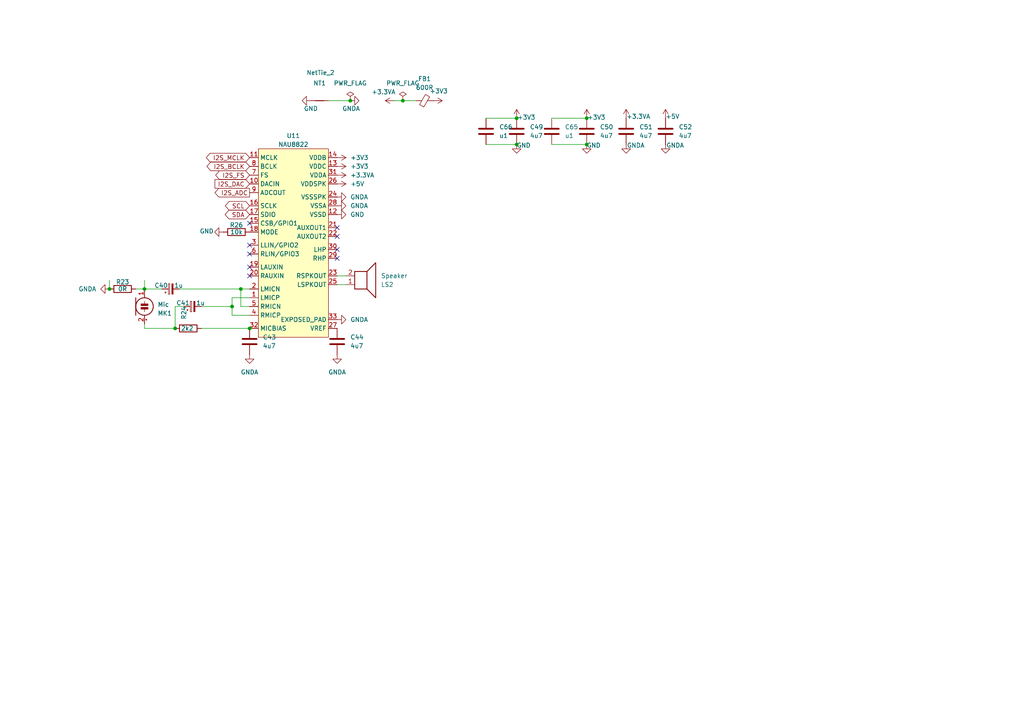
<source format=kicad_sch>
(kicad_sch (version 20250114) (generator "eeschema") (generator_version "9.0")
  (paper "A4")
  (lib_symbols
    (symbol "Device:C" (pin_numbers (hide yes)) (pin_names (offset 0.254))
      (property "Reference" "C" (at 0.635 2.54 0))
      (property "Value" "C" (at 0.635 -2.54 0))
      (symbol "C_0_1"
        (polyline (pts (xy -2.032 0.762) (xy 2.032 0.762)) (stroke (width 0.508)))
        (polyline (pts (xy -2.032 -0.762) (xy 2.032 -0.762)) (stroke (width 0.508)))
      )
      (symbol "C_1_1"
        (pin passive line (at 0 3.81 270) (length 2.794) (name "~") (number "1"))
        (pin passive line (at 0 -3.81 90) (length 2.794) (name "~") (number "2"))
      )
    )
    (symbol "Device:C_Polarized_Small" (pin_numbers (hide yes)) (pin_names (offset 0.254) (hide yes))
      (property "Reference" "C" (at 0.254 1.778 0))
      (property "Value" "C_Polarized_Small" (at 0.254 -2.032 0))
      (symbol "C_Polarized_Small_0_1"
        (rectangle (start -1.524 0.6858) (end 1.524 0.3048))
        (rectangle (start -1.524 -0.3048) (end 1.524 -0.6858) (fill (type outline)))
        (polyline (pts (xy -1.27 1.524) (xy -0.762 1.524)))
        (polyline (pts (xy -1.016 1.27) (xy -1.016 1.778)))
      )
      (symbol "C_Polarized_Small_1_1"
        (pin passive line (at 0 2.54 270) (length 1.8542) (name "~") (number "1"))
        (pin passive line (at 0 -2.54 90) (length 1.8542) (name "~") (number "2"))
      )
    )
    (symbol "Device:FerriteBead_Small" (pin_numbers (hide yes)) (pin_names (offset 0))
      (property "Reference" "FB" (at 1.905 1.27 0))
      (property "Value" "FerriteBead_Small" (at 1.905 -1.27 0))
      (symbol "FerriteBead_Small_0_1"
        (polyline (pts (xy -1.8288 0.2794) (xy -1.1176 1.4986) (xy 1.8288 -0.2032) (xy 1.1176 -1.4224) (xy -1.8288 0.2794)))
        (polyline (pts (xy 0 0.889) (xy 0 1.2954)))
        (polyline (pts (xy 0 -1.27) (xy 0 -0.7874)))
      )
      (symbol "FerriteBead_Small_1_1"
        (pin passive line (at 0 2.54 270) (length 1.27) (name "~") (number "1"))
        (pin passive line (at 0 -2.54 90) (length 1.27) (name "~") (number "2"))
      )
    )
    (symbol "Device:Microphone_Condenser" (pin_names (offset 0.0254) (hide yes))
      (property "Reference" "MK" (at -3.302 1.27 0))
      (property "Value" "Microphone_Condenser" (at -3.302 -0.635 0))
      (symbol "Microphone_Condenser_0_1"
        (polyline (pts (xy -2.54 2.54) (xy -2.54 -2.54)) (stroke (width 0.254)))
        (polyline (pts (xy 0 0.762) (xy 0 1.524)))
        (circle (center 0 0) (radius 2.54) (stroke (width 0.254)))
        (polyline (pts (xy 0 -0.762) (xy 0 -1.524)))
        (polyline (pts (xy 0.254 3.81) (xy 0.762 3.81)))
        (polyline (pts (xy 0.508 4.064) (xy 0.508 3.556)))
        (rectangle (start 1.016 0.762) (end -1.016 0.254) (fill (type outline)))
        (rectangle (start 1.016 -0.254) (end -1.016 -0.762) (fill (type outline)))
      )
      (symbol "Microphone_Condenser_1_1"
        (pin passive line (at 0 5.08 270) (length 2.54) (name "+") (number "2"))
        (pin passive line (at 0 -5.08 90) (length 2.54) (name "-") (number "1"))
      )
    )
    (symbol "Device:NetTie_2" (pin_numbers (hide yes)) (pin_names (offset 0) (hide yes)) (in_bom no)
      (property "Reference" "NT" (at 0 1.27 0))
      (property "Value" "NetTie_2" (at 0 -1.27 0))
      (symbol "NetTie_2_0_1"
        (polyline (pts (xy -1.27 0) (xy 1.27 0)) (stroke (width 0.254)))
      )
      (symbol "NetTie_2_1_1"
        (pin passive line (at -2.54 0 0) (length 2.54) (name "1") (number "1"))
        (pin passive line (at 2.54 0 180) (length 2.54) (name "2") (number "2"))
      )
    )
    (symbol "Device:R" (pin_numbers (hide yes)) (pin_names (offset 0))
      (property "Reference" "R" (at 2.032 0 90))
      (property "Value" "R" (at 0 0 90))
      (symbol "R_0_1"
        (rectangle (start -1.016 -2.54) (end 1.016 2.54) (stroke (width 0.254)))
      )
      (symbol "R_1_1"
        (pin passive line (at 0 3.81 270) (length 1.27) (name "~") (number "1"))
        (pin passive line (at 0 -3.81 90) (length 1.27) (name "~") (number "2"))
      )
    )
    (symbol "Device:Speaker" (pin_names (offset 0) (hide yes))
      (property "Reference" "LS" (at 1.27 5.715 0))
      (property "Value" "Speaker" (at 1.27 3.81 0))
      (symbol "Speaker_0_0"
        (rectangle (start -2.54 1.27) (end 1.016 -3.81) (stroke (width 0.254)))
        (polyline (pts (xy 1.016 1.27) (xy 3.556 3.81) (xy 3.556 -6.35) (xy 1.016 -3.81)) (stroke (width 0.254)))
      )
      (symbol "Speaker_1_1"
        (pin input line (at -5.08 0 0) (length 2.54) (name "1") (number "1"))
        (pin input line (at -5.08 -2.54 0) (length 2.54) (name "2") (number "2"))
      )
    )
    (symbol "liebler_SEMICONDUCTORS:NAU88C22"
      (property "Reference" "U" (at 0 29.464 0))
      (symbol "NAU88C22_1_1"
        (rectangle (start -10.16 27.94) (end 10.16 -26.67) (fill (type background)))
        (pin input line (at -12.7 25.4 0) (length 2.54) (name "MCLK") (number "11"))
        (pin bidirectional line (at -12.7 22.86 0) (length 2.54) (name "BCLK") (number "8"))
        (pin bidirectional line (at -12.7 20.32 0) (length 2.54) (name "FS") (number "7"))
        (pin input line (at -12.7 17.78 0) (length 2.54) (name "DACIN") (number "10"))
        (pin output line (at -12.7 15.24 0) (length 2.54) (name "ADCOUT") (number "9"))
        (pin input line (at -12.7 11.43 0) (length 2.54) (name "SCLK") (number "16"))
        (pin input line (at -12.7 8.89 0) (length 2.54) (name "SDIO") (number "17"))
        (pin bidirectional line (at -12.7 6.35 0) (length 2.54) (name "CSB/GPIO1") (number "15"))
        (pin input line (at -12.7 3.81 0) (length 2.54) (name "MODE") (number "18"))
        (pin bidirectional line (at -12.7 0 0) (length 2.54) (name "LLIN/GPIO2") (number "3"))
        (pin bidirectional line (at -12.7 -2.54 0) (length 2.54) (name "RLIN/GPIO3") (number "6"))
        (pin input line (at -12.7 -6.35 0) (length 2.54) (name "LAUXIN") (number "19"))
        (pin input line (at -12.7 -8.89 0) (length 2.54) (name "RAUXIN") (number "20"))
        (pin input line (at -12.7 -12.7 0) (length 2.54) (name "LMICN") (number "2"))
        (pin input line (at -12.7 -15.24 0) (length 2.54) (name "LMICP") (number "1"))
        (pin input line (at -12.7 -17.78 0) (length 2.54) (name "RMICN") (number "5"))
        (pin input line (at -12.7 -20.32 0) (length 2.54) (name "RMICP") (number "4"))
        (pin input line (at -12.7 -24.13 0) (length 2.54) (name "MICBIAS") (number "32"))
        (pin power_in line (at 12.7 25.4 180) (length 2.54) (name "VDDB") (number "14"))
        (pin power_in line (at 12.7 22.86 180) (length 2.54) (name "VDDC") (number "13"))
        (pin power_in line (at 12.7 20.32 180) (length 2.54) (name "VDDA") (number "31"))
        (pin power_in line (at 12.7 17.78 180) (length 2.54) (name "VDDSPK") (number "26"))
        (pin power_in line (at 12.7 13.97 180) (length 2.54) (name "VSSSPK") (number "24"))
        (pin power_in line (at 12.7 11.43 180) (length 2.54) (name "VSSA") (number "28"))
        (pin power_in line (at 12.7 8.89 180) (length 2.54) (name "VSSD") (number "12"))
        (pin output line (at 12.7 5.08 180) (length 2.54) (name "AUXOUT1") (number "21"))
        (pin output line (at 12.7 2.54 180) (length 2.54) (name "AUXOUT2") (number "22"))
        (pin output line (at 12.7 -1.27 180) (length 2.54) (name "LHP") (number "30"))
        (pin output line (at 12.7 -3.81 180) (length 2.54) (name "RHP") (number "29"))
        (pin output line (at 12.7 -8.89 180) (length 2.54) (name "RSPKOUT") (number "23"))
        (pin output line (at 12.7 -11.43 180) (length 2.54) (name "LSPKOUT") (number "25"))
        (pin passive line (at 12.7 -21.59 180) (length 2.54) (name "EXPOSED_PAD") (number "33"))
        (pin power_out line (at 12.7 -24.13 180) (length 2.54) (name "VREF") (number "27"))
      )
    )
    (symbol "power:+3.3VA" (power) (pin_numbers (hide yes)) (pin_names (offset 0) (hide yes))
      (property "Value" "+3.3VA" (at 0 3.556 0))
      (symbol "+3.3VA_0_1"
        (polyline (pts (xy -0.762 1.27) (xy 0 2.54)))
        (polyline (pts (xy 0 2.54) (xy 0.762 1.27)))
        (polyline (pts (xy 0 0) (xy 0 2.54)))
      )
      (symbol "+3.3VA_1_1"
        (pin power_in line (at 0 0 90) (length 0) (name "~") (number "1"))
      )
    )
    (symbol "power:+3V3" (power) (pin_numbers (hide yes)) (pin_names (offset 0) (hide yes))
      (property "Value" "+3V3" (at 0 3.556 0))
      (symbol "+3V3_0_1"
        (polyline (pts (xy -0.762 1.27) (xy 0 2.54)))
        (polyline (pts (xy 0 2.54) (xy 0.762 1.27)))
        (polyline (pts (xy 0 0) (xy 0 2.54)))
      )
      (symbol "+3V3_1_1"
        (pin power_in line (at 0 0 90) (length 0) (name "~") (number "1"))
      )
    )
    (symbol "power:+5V" (power) (pin_numbers (hide yes)) (pin_names (offset 0) (hide yes))
      (property "Value" "+5V" (at 0 3.556 0))
      (symbol "+5V_0_1"
        (polyline (pts (xy -0.762 1.27) (xy 0 2.54)))
        (polyline (pts (xy 0 2.54) (xy 0.762 1.27)))
        (polyline (pts (xy 0 0) (xy 0 2.54)))
      )
      (symbol "+5V_1_1"
        (pin power_in line (at 0 0 90) (length 0) (name "~") (number "1"))
      )
    )
    (symbol "power:GND" (power) (pin_numbers (hide yes)) (pin_names (offset 0) (hide yes))
      (property "Value" "GND" (at 0 -3.81 0))
      (symbol "GND_0_1"
        (polyline (pts (xy 0 0) (xy 0 -1.27) (xy 1.27 -1.27) (xy 0 -2.54) (xy -1.27 -1.27) (xy 0 -1.27)))
      )
      (symbol "GND_1_1"
        (pin power_in line (at 0 0 270) (length 0) (name "~") (number "1"))
      )
    )
    (symbol "power:GNDA" (power) (pin_numbers (hide yes)) (pin_names (offset 0) (hide yes))
      (property "Value" "GNDA" (at 0 -3.81 0))
      (symbol "GNDA_0_1"
        (polyline (pts (xy 0 0) (xy 0 -1.27) (xy 1.27 -1.27) (xy 0 -2.54) (xy -1.27 -1.27) (xy 0 -1.27)))
      )
      (symbol "GNDA_1_1"
        (pin power_in line (at 0 0 270) (length 0) (name "~") (number "1"))
      )
    )
    (symbol "power:PWR_FLAG" (power) (pin_numbers (hide yes)) (pin_names (offset 0) (hide yes))
      (property "Value" "PWR_FLAG" (at 0 3.81 0))
      (symbol "PWR_FLAG_0_0"
        (pin power_out line (at 0 0 90) (length 0) (name "~") (number "1"))
      )
      (symbol "PWR_FLAG_0_1"
        (polyline (pts (xy 0 0) (xy 0 1.27) (xy -1.016 1.905) (xy 0 2.54) (xy 1.016 1.905) (xy 0 1.27)))
      )
    )
  )
  (junction (at 116.84 29.21))
  (junction (at 170.18 34.29))
  (junction (at 72.39 95.25))
  (junction (at 149.86 41.91))
  (junction (at 31.75 83.82))
  (junction (at 170.18 41.91))
  (junction (at 50.8 95.25))
  (junction (at 67.31 88.9))
  (junction (at 149.86 34.29))
  (junction (at 69.85 83.82))
  (junction (at 101.6 29.21))
  (junction (at 41.91 83.82))
  (no_connect (at 97.79 68.58))
  (no_connect (at 72.39 71.12))
  (no_connect (at 97.79 66.04))
  (no_connect (at 72.39 77.47))
  (no_connect (at 72.39 73.66))
  (no_connect (at 72.39 80.01))
  (no_connect (at 97.79 74.93))
  (no_connect (at 97.79 72.39))
  (no_connect (at 72.39 64.77))
  (wire (pts (xy 114.3 29.21) (xy 116.84 29.21)))
  (wire (pts (xy 72.39 88.9) (xy 69.85 88.9)))
  (wire (pts (xy 41.91 83.82) (xy 46.99 83.82)))
  (wire (pts (xy 39.37 83.82) (xy 41.91 83.82)))
  (wire (pts (xy 41.91 95.25) (xy 41.91 93.98)))
  (wire (pts (xy 41.91 81.28) (xy 41.91 83.82)))
  (wire (pts (xy 140.97 34.29) (xy 149.86 34.29)))
  (wire (pts (xy 58.42 88.9) (xy 67.31 88.9)))
  (wire (pts (xy 101.6 29.21) (xy 95.25 29.21)))
  (wire (pts (xy 72.39 91.44) (xy 67.31 91.44)))
  (wire (pts (xy 69.85 83.82) (xy 72.39 83.82)))
  (wire (pts (xy 31.75 81.28) (xy 31.75 83.82)))
  (wire (pts (xy 160.02 41.91) (xy 170.18 41.91)))
  (wire (pts (xy 50.8 88.9) (xy 53.34 88.9)))
  (wire (pts (xy 67.31 88.9) (xy 67.31 86.36)))
  (wire (pts (xy 97.79 82.55) (xy 100.33 82.55)))
  (wire (pts (xy 140.97 41.91) (xy 149.86 41.91)))
  (wire (pts (xy 52.07 83.82) (xy 69.85 83.82)))
  (wire (pts (xy 69.85 88.9) (xy 69.85 83.82)))
  (wire (pts (xy 58.42 95.25) (xy 72.39 95.25)))
  (wire (pts (xy 50.8 95.25) (xy 41.91 95.25)))
  (wire (pts (xy 67.31 86.36) (xy 72.39 86.36)))
  (wire (pts (xy 160.02 34.29) (xy 170.18 34.29)))
  (wire (pts (xy 50.8 88.9) (xy 50.8 95.25)))
  (wire (pts (xy 97.79 80.01) (xy 100.33 80.01)))
  (wire (pts (xy 67.31 91.44) (xy 67.31 88.9)))
  (wire (pts (xy 116.84 29.21) (xy 120.65 29.21)))
  (global_label "I2S_ADC" (shape output) (at 72.39 55.88 180) (property "Intersheetrefs" "${INTERSHEET_REFS}" (effects (hide yes))))
  (global_label "I2S_MCLK" (shape bidirectional) (at 72.39 45.72 180) (property "Intersheetrefs" "${INTERSHEET_REFS}" (effects (hide yes))))
  (global_label "SDA" (shape bidirectional) (at 72.39 62.23 180) (property "Intersheetrefs" "${INTERSHEET_REFS}" (effects (hide yes))))
  (global_label "I2S_FS" (shape bidirectional) (at 72.39 50.8 180) (property "Intersheetrefs" "${INTERSHEET_REFS}" (effects (hide yes))))
  (global_label "I2S_BCLK" (shape bidirectional) (at 72.39 48.26 180) (property "Intersheetrefs" "${INTERSHEET_REFS}" (effects (hide yes))))
  (global_label "I2S_DAC" (shape input) (at 72.39 53.34 180) (property "Intersheetrefs" "${INTERSHEET_REFS}" (effects (hide yes))))
  (global_label "SCL" (shape bidirectional) (at 72.39 59.69 180) (property "Intersheetrefs" "${INTERSHEET_REFS}" (effects (hide yes))))
  (symbol (lib_id "power:GNDA") (at 97.79 59.69 90) (unit 1)
    (property "Reference" "#PWR059" (effects (hide yes)))
    (property "Value" "GNDA" (at 101.6 59.6899 90) (effects (justify right)))
    (property "Description" "Power symbol creates a global label with name \"GNDA\" , analog ground" (effects (hide yes)))
  )
  (symbol (lib_id "Device:NetTie_2") (at 92.71 29.21 0) (unit 1) (in_bom no)
    (property "Reference" "NT1" (at 92.71 24.13 0))
    (property "Value" "NetTie_2" (at 92.964 21.082 0))
    (property "Footprint" "NetTie:NetTie-2_SMD_Pad0.5mm" (effects (hide yes)))
    (property "Description" "Net tie, 2 pins" (effects (hide yes)))
  )
  (symbol (lib_id "power:GND") (at 90.17 29.21 270) (unit 1)
    (property "Reference" "#PWR0182" (effects (hide yes)))
    (property "Value" "GND" (at 90.17 31.496 90))
    (property "Description" "Power symbol creates a global label with name \"GND\" , ground" (effects (hide yes)))
  )
  (symbol (lib_id "power:+3V3") (at 97.79 45.72 270) (unit 1)
    (property "Reference" "#PWR063" (effects (hide yes)))
    (property "Value" "+3V3" (at 101.6 45.72 90) (effects (justify left)))
    (property "Description" "Power symbol creates a global label with name \"+3V3\"" (effects (hide yes)))
  )
  (symbol (lib_id "Device:C_Polarized_Small") (at 49.53 83.82 90) (unit 1)
    (property "Reference" "C40" (at 46.736 82.804 90))
    (property "Value" "1u" (at 51.816 82.804 90))
    (property "Footprint" "Capacitor_Tantalum_SMD:CP_EIA-3216-10_Kemet-I" (effects (hide yes)))
    (property "Description" "Polarized capacitor, small symbol" (effects (hide yes)))
    (property "MPN" "TAJA105K016RNJ" (effects (hide yes)))
    (property "Manufacturer" "Kyocera AVX" (effects (hide yes)))
  )
  (symbol (lib_id "Device:C") (at 170.18 38.1 0) (unit 1)
    (property "Reference" "C50" (at 173.99 36.8299 0) (effects (justify left)))
    (property "Value" "4u7" (at 173.99 39.3699 0) (effects (justify left)))
    (property "Footprint" "Capacitor_SMD:C_0402_1005Metric" (effects (hide yes)))
    (property "Description" "Unpolarized capacitor" (effects (hide yes)))
    (property "MPN" "CL05A475MP5NRNC" (effects (hide yes)))
    (property "Manufacturer" "Samsung Electro-Mechanics" (effects (hide yes)))
  )
  (symbol (lib_id "Device:C") (at 181.61 38.1 0) (unit 1)
    (property "Reference" "C51" (at 185.42 36.8299 0) (effects (justify left)))
    (property "Value" "4u7" (at 185.42 39.3699 0) (effects (justify left)))
    (property "Footprint" "Capacitor_SMD:C_0402_1005Metric" (effects (hide yes)))
    (property "Description" "Unpolarized capacitor" (effects (hide yes)))
    (property "MPN" "CL05A475MP5NRNC" (effects (hide yes)))
    (property "Manufacturer" "Samsung Electro-Mechanics" (effects (hide yes)))
  )
  (symbol (lib_id "power:+3.3VA") (at 181.61 34.29 0) (unit 1)
    (property "Reference" "#PWR071" (effects (hide yes)))
    (property "Value" "+3.3VA" (at 185.166 33.782 0))
    (property "Description" "Power symbol creates a global label with name \"+3.3VA\"" (effects (hide yes)))
  )
  (symbol (lib_id "Device:Speaker") (at 105.41 82.55 0) (mirror x) (unit 1)
    (property "Reference" "LS2" (at 110.49 82.5501 0) (effects (justify left)))
    (property "Value" "Speaker" (at 110.49 80.0101 0) (effects (justify left)))
    (property "Footprint" "Connector_PinHeader_1.27mm:PinHeader_1x02_P1.27mm_Vertical" (effects (hide yes)))
    (property "Description" "Speaker" (effects (hide yes)))
  )
  (symbol (lib_id "Device:R") (at 68.58 67.31 270) (unit 1)
    (property "Reference" "R26" (at 68.58 65.278 90))
    (property "Value" "10k" (at 68.58 67.31 90))
    (property "Footprint" "Resistor_SMD:R_0201_0603Metric" (effects (hide yes)))
    (property "Description" "Resistor" (effects (hide yes)))
    (property "MPN" "0201WMF1002TEE" (effects (hide yes)))
    (property "Manufacturer" "UNI-ROYAL(Uniroyal Elec)" (effects (hide yes)))
  )
  (symbol (lib_id "Device:C") (at 193.04 38.1 0) (unit 1)
    (property "Reference" "C52" (at 196.85 36.8299 0) (effects (justify left)))
    (property "Value" "4u7" (at 196.85 39.3699 0) (effects (justify left)))
    (property "Footprint" "Capacitor_SMD:C_0402_1005Metric" (effects (hide yes)))
    (property "Description" "Unpolarized capacitor" (effects (hide yes)))
    (property "MPN" "CL05A475MP5NRNC" (effects (hide yes)))
    (property "Manufacturer" "Samsung Electro-Mechanics" (effects (hide yes)))
  )
  (symbol (lib_id "power:PWR_FLAG") (at 116.84 29.21 0) (unit 1)
    (property "Reference" "#FLG06" (effects (hide yes)))
    (property "Value" "PWR_FLAG" (at 116.84 24.13 0))
    (property "Description" "Special symbol for telling ERC where power comes from" (effects (hide yes)))
  )
  (symbol (lib_id "Device:R") (at 35.56 83.82 90) (unit 1)
    (property "Reference" "R23" (at 35.56 81.788 90))
    (property "Value" "0R" (at 35.56 83.82 90))
    (property "Footprint" "Resistor_SMD:R_0805_2012Metric_Pad1.20x1.40mm_HandSolder" (effects (hide yes)))
    (property "Description" "Resistor" (effects (hide yes)))
    (property "MPN" "0805W8F0000T5E" (effects (hide yes)))
    (property "Manufacturer" " UNI-ROYAL(Uniroyal Elec)" (effects (hide yes)))
  )
  (symbol (lib_id "Device:C") (at 72.39 99.06 0) (unit 1)
    (property "Reference" "C43" (at 76.2 97.7899 0) (effects (justify left)))
    (property "Value" "4u7" (at 76.2 100.3299 0) (effects (justify left)))
    (property "Footprint" "Capacitor_SMD:C_0402_1005Metric" (effects (hide yes)))
    (property "Description" "Unpolarized capacitor" (effects (hide yes)))
    (property "MPN" "CL05A475MP5NRNC" (effects (hide yes)))
    (property "Manufacturer" "Samsung Electro-Mechanics" (effects (hide yes)))
  )
  (symbol (lib_id "Device:FerriteBead_Small") (at 123.19 29.21 90) (unit 1)
    (property "Reference" "FB1" (at 123.1519 22.86 90))
    (property "Value" "600R" (at 123.1519 25.4 90))
    (property "Footprint" "Inductor_SMD:L_0603_1608Metric" (effects (hide yes)))
    (property "Description" "Ferrite bead, small symbol" (effects (hide yes)))
    (property "MPN" "BLM18AG601SN1D" (effects (hide yes)))
    (property "Manufacturer" "Murata Electronics" (effects (hide yes)))
  )
  (symbol (lib_id "power:+3V3") (at 97.79 48.26 270) (unit 1)
    (property "Reference" "#PWR062" (effects (hide yes)))
    (property "Value" "+3V3" (at 101.6 48.2599 90) (effects (justify left)))
    (property "Description" "Power symbol creates a global label with name \"+3V3\"" (effects (hide yes)))
  )
  (symbol (lib_id "power:+3V3") (at 125.73 29.21 270) (unit 1)
    (property "Reference" "#PWR0181" (effects (hide yes)))
    (property "Value" "+3V3" (at 127.254 26.416 90))
    (property "Description" "Power symbol creates a global label with name \"+3V3\"" (effects (hide yes)))
  )
  (symbol (lib_id "power:+3.3VA") (at 114.3 29.21 90) (unit 1)
    (property "Reference" "#PWR0180" (effects (hide yes)))
    (property "Value" "+3.3VA" (at 111.252 26.67 90))
    (property "Description" "Power symbol creates a global label with name \"+3.3VA\"" (effects (hide yes)))
  )
  (symbol (lib_id "Device:C") (at 160.02 38.1 0) (unit 1)
    (property "Reference" "C65" (at 163.83 36.8299 0) (effects (justify left)))
    (property "Value" "u1" (at 163.83 39.3699 0) (effects (justify left)))
    (property "Footprint" "Capacitor_SMD:C_0201_0603Metric" (effects (hide yes)))
    (property "Description" "Unpolarized capacitor" (effects (hide yes)))
    (property "MPN" "GRM033R61A104KE15D" (effects (hide yes)))
    (property "Manufacturer" "Murata Electronics" (effects (hide yes)))
  )
  (symbol (lib_id "Device:Microphone_Condenser") (at 41.91 88.9 0) (mirror x) (unit 1)
    (property "Reference" "MK1" (at 45.72 90.8686 0) (effects (justify left)))
    (property "Value" "Mic" (at 45.72 88.3286 0) (effects (justify left)))
    (property "Footprint" "liebler_PASSIVES:Microphone_6mm" (effects (hide yes)))
    (property "Description" "Condenser microphone" (effects (hide yes)))
    (property "MPN" "GMI6050P-64DB" (effects (hide yes)))
    (property "Manufacturer" "INGHAi" (effects (hide yes)))
  )
  (symbol (lib_id "Device:C") (at 149.86 38.1 0) (unit 1)
    (property "Reference" "C49" (at 153.67 36.8299 0) (effects (justify left)))
    (property "Value" "4u7" (at 153.67 39.3699 0) (effects (justify left)))
    (property "Footprint" "Capacitor_SMD:C_0402_1005Metric" (effects (hide yes)))
    (property "Description" "Unpolarized capacitor" (effects (hide yes)))
    (property "MPN" "CL05A475MP5NRNC" (effects (hide yes)))
    (property "Manufacturer" "Samsung Electro-Mechanics" (effects (hide yes)))
  )
  (symbol (lib_id "power:GNDA") (at 193.04 41.91 0) (unit 1)
    (property "Reference" "#PWR072" (effects (hide yes)))
    (property "Value" "GNDA" (at 195.834 42.164 0))
    (property "Description" "Power symbol creates a global label with name \"GNDA\" , analog ground" (effects (hide yes)))
  )
  (symbol (lib_id "liebler_SEMICONDUCTORS:NAU88C22") (at 85.09 71.12 0) (unit 1)
    (property "Reference" "U11" (at 85.09 39.37 0))
    (property "Value" "NAU8822" (at 85.09 41.91 0))
    (property "Footprint" "Package_DFN_QFN:QFN-32-1EP_5x5mm_P0.5mm_EP3.6x3.6mm_ThermalVias" (effects (hide yes)))
    (property "MPN" "NAU88C22YG" (effects (hide yes)))
    (property "Manufacturer" "Nuvoton Tech" (effects (hide yes)))
  )
  (symbol (lib_id "power:GNDA") (at 97.79 92.71 90) (unit 1)
    (property "Reference" "#PWR074" (effects (hide yes)))
    (property "Value" "GNDA" (at 101.6 92.7099 90) (effects (justify right)))
    (property "Description" "Power symbol creates a global label with name \"GNDA\" , analog ground" (effects (hide yes)))
  )
  (symbol (lib_id "Device:C") (at 97.79 99.06 0) (unit 1)
    (property "Reference" "C44" (at 101.6 97.7899 0) (effects (justify left)))
    (property "Value" "4u7" (at 101.6 100.3299 0) (effects (justify left)))
    (property "Footprint" "Capacitor_SMD:C_0402_1005Metric" (effects (hide yes)))
    (property "Description" "Unpolarized capacitor" (effects (hide yes)))
    (property "MPN" "CL05A475MP5NRNC" (effects (hide yes)))
    (property "Manufacturer" "Samsung Electro-Mechanics" (effects (hide yes)))
  )
  (symbol (lib_id "Device:C") (at 140.97 38.1 0) (unit 1)
    (property "Reference" "C66" (at 144.78 36.8299 0) (effects (justify left)))
    (property "Value" "u1" (at 144.78 39.3699 0) (effects (justify left)))
    (property "Footprint" "Capacitor_SMD:C_0201_0603Metric" (effects (hide yes)))
    (property "Description" "Unpolarized capacitor" (effects (hide yes)))
    (property "MPN" "GRM033R61A104KE15D" (effects (hide yes)))
    (property "Manufacturer" "Murata Electronics" (effects (hide yes)))
  )
  (symbol (lib_id "power:+5V") (at 193.04 34.29 0) (unit 1)
    (property "Reference" "#PWR073" (effects (hide yes)))
    (property "Value" "+5V" (at 195.072 33.782 0))
    (property "Description" "Power symbol creates a global label with name \"+5V\"" (effects (hide yes)))
  )
  (symbol (lib_id "power:GNDA") (at 101.6 29.21 90) (unit 1)
    (property "Reference" "#PWR0183" (effects (hide yes)))
    (property "Value" "GNDA" (at 101.854 31.496 90))
    (property "Description" "Power symbol creates a global label with name \"GNDA\" , analog ground" (effects (hide yes)))
  )
  (symbol (lib_id "power:GND") (at 64.77 67.31 270) (unit 1)
    (property "Reference" "#PWR0184" (effects (hide yes)))
    (property "Value" "GND" (at 59.944 67.056 90))
    (property "Description" "Power symbol creates a global label with name \"GND\" , ground" (effects (hide yes)))
  )
  (symbol (lib_id "Device:C_Polarized_Small") (at 55.88 88.9 90) (unit 1)
    (property "Reference" "C41" (at 53.086 87.884 90))
    (property "Value" "1u" (at 58.166 87.884 90))
    (property "Footprint" "Capacitor_Tantalum_SMD:CP_EIA-3216-10_Kemet-I" (effects (hide yes)))
    (property "Description" "Polarized capacitor, small symbol" (effects (hide yes)))
    (property "MPN" "TAJA105K016RNJ" (effects (hide yes)))
    (property "Manufacturer" "Kyocera AVX" (effects (hide yes)))
  )
  (symbol (lib_id "power:GND") (at 97.79 62.23 90) (unit 1)
    (property "Reference" "#PWR064" (effects (hide yes)))
    (property "Value" "GND" (at 101.6 62.2299 90) (effects (justify right)))
    (property "Description" "Power symbol creates a global label with name \"GND\" , ground" (effects (hide yes)))
  )
  (symbol (lib_id "power:GNDA") (at 97.79 57.15 90) (unit 1)
    (property "Reference" "#PWR058" (effects (hide yes)))
    (property "Value" "GNDA" (at 101.6 57.1499 90) (effects (justify right)))
    (property "Description" "Power symbol creates a global label with name \"GNDA\" , analog ground" (effects (hide yes)))
  )
  (symbol (lib_id "power:GNDA") (at 181.61 41.91 0) (unit 1)
    (property "Reference" "#PWR070" (effects (hide yes)))
    (property "Value" "GNDA" (at 184.404 42.164 0))
    (property "Description" "Power symbol creates a global label with name \"GNDA\" , analog ground" (effects (hide yes)))
  )
  (symbol (lib_id "power:+3.3VA") (at 97.79 50.8 270) (unit 1)
    (property "Reference" "#PWR065" (effects (hide yes)))
    (property "Value" "+3.3VA" (at 101.6 50.7999 90) (effects (justify left)))
    (property "Description" "Power symbol creates a global label with name \"+3.3VA\"" (effects (hide yes)))
  )
  (symbol (lib_id "power:GNDA") (at 31.75 83.82 270) (unit 1)
    (property "Reference" "#PWR0153" (effects (hide yes)))
    (property "Value" "GNDA" (at 27.94 83.8199 90) (effects (justify right)))
    (property "Description" "Power symbol creates a global label with name \"GNDA\" , analog ground" (effects (hide yes)))
  )
  (symbol (lib_id "Device:R") (at 54.61 95.25 90) (unit 1)
    (property "Reference" "R24" (at 53.3399 92.71 0) (effects (justify left)))
    (property "Value" "2k2" (at 56.134 95.25 90) (effects (justify left)))
    (property "Footprint" "Resistor_SMD:R_0402_1005Metric" (effects (hide yes)))
    (property "Description" "Resistor" (effects (hide yes)))
    (property "MPN" "0402WGF2201TCE" (effects (hide yes)))
    (property "Manufacturer" "UNI-ROYAL(Uniroyal Elec)" (effects (hide yes)))
  )
  (symbol (lib_id "power:GND") (at 170.18 41.91 0) (unit 1)
    (property "Reference" "#PWR069" (effects (hide yes)))
    (property "Value" "GND" (at 172.212 42.164 0))
    (property "Description" "Power symbol creates a global label with name \"GND\" , ground" (effects (hide yes)))
  )
  (symbol (lib_id "power:+5V") (at 97.79 53.34 270) (unit 1)
    (property "Reference" "#PWR061" (effects (hide yes)))
    (property "Value" "+5V" (at 101.6 53.3399 90) (effects (justify left)))
    (property "Description" "Power symbol creates a global label with name \"+5V\"" (effects (hide yes)))
  )
  (symbol (lib_id "power:+3V3") (at 170.18 34.29 0) (unit 1)
    (property "Reference" "#PWR067" (effects (hide yes)))
    (property "Value" "+3V3" (at 172.974 34.036 0))
    (property "Description" "Power symbol creates a global label with name \"+3V3\"" (effects (hide yes)))
  )
  (symbol (lib_id "power:PWR_FLAG") (at 101.6 29.21 0) (unit 1)
    (property "Reference" "#FLG07" (effects (hide yes)))
    (property "Value" "PWR_FLAG" (at 101.6 24.13 0))
    (property "Description" "Special symbol for telling ERC where power comes from" (effects (hide yes)))
  )
  (symbol (lib_id "power:GNDA") (at 97.79 102.87 0) (unit 1)
    (property "Reference" "#PWR0154" (effects (hide yes)))
    (property "Value" "GNDA" (at 97.79 107.95 0))
    (property "Description" "Power symbol creates a global label with name \"GNDA\" , analog ground" (effects (hide yes)))
  )
  (symbol (lib_id "power:GND") (at 149.86 41.91 0) (unit 1)
    (property "Reference" "#PWR068" (effects (hide yes)))
    (property "Value" "GND" (at 151.892 42.164 0))
    (property "Description" "Power symbol creates a global label with name \"GND\" , ground" (effects (hide yes)))
  )
  (symbol (lib_id "power:+3V3") (at 149.86 34.29 0) (unit 1)
    (property "Reference" "#PWR066" (effects (hide yes)))
    (property "Value" "+3V3" (at 152.654 34.036 0))
    (property "Description" "Power symbol creates a global label with name \"+3V3\"" (effects (hide yes)))
  )
  (symbol (lib_id "power:GNDA") (at 72.39 102.87 0) (unit 1)
    (property "Reference" "#PWR0171" (effects (hide yes)))
    (property "Value" "GNDA" (at 72.39 107.95 0))
    (property "Description" "Power symbol creates a global label with name \"GNDA\" , analog ground" (effects (hide yes)))
  )
)
</source>
